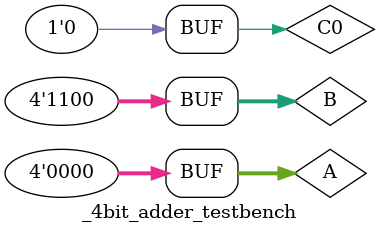
<source format=v>
module _4bit_adder_testbench();
reg [3:0] A, B;
reg C0;
wire C;
wire [3:0] S;

_4bit_adder g0 (S,C,A,B,C0);

initial begin
A = 4'b0101;
B = 4'b1010;
C0 = 1'b0;
#20;

A = 4'b0000;
B = 4'b1100;
C0 = 1'b0;
#20;
end

endmodule
</source>
